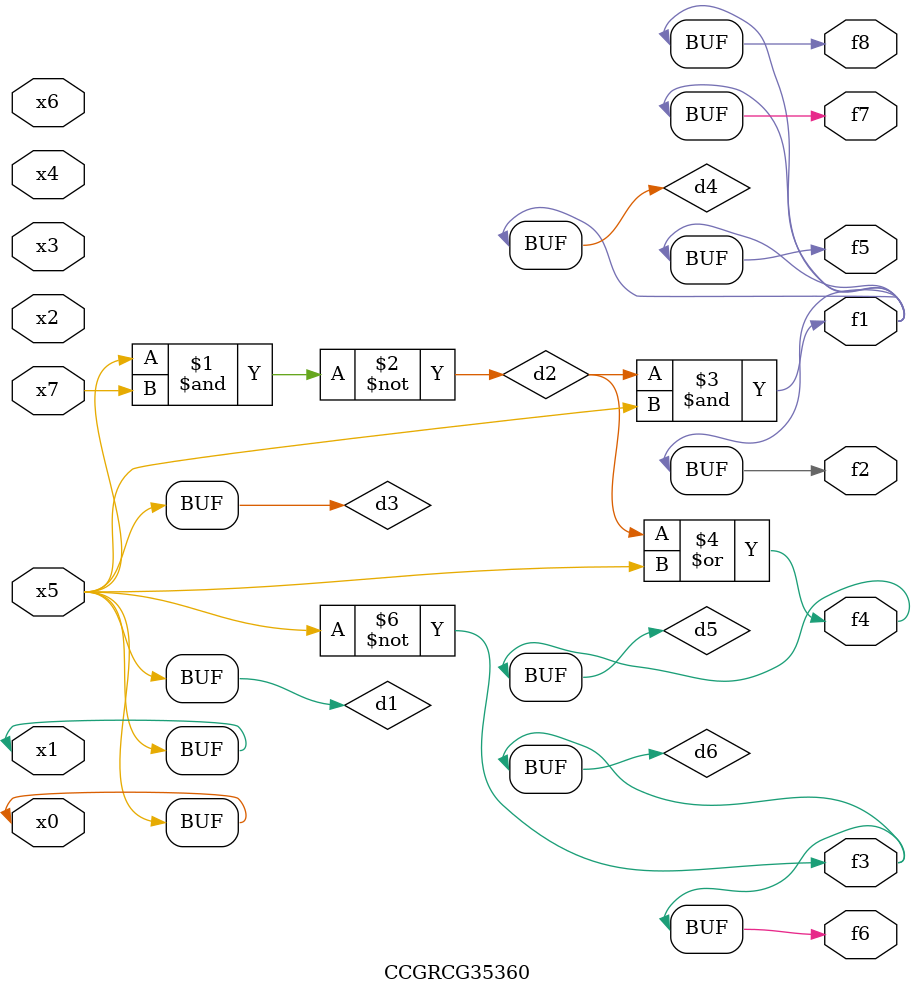
<source format=v>
module CCGRCG35360(
	input x0, x1, x2, x3, x4, x5, x6, x7,
	output f1, f2, f3, f4, f5, f6, f7, f8
);

	wire d1, d2, d3, d4, d5, d6;

	buf (d1, x0, x5);
	nand (d2, x5, x7);
	buf (d3, x0, x1);
	and (d4, d2, d3);
	or (d5, d2, d3);
	nor (d6, d1, d3);
	assign f1 = d4;
	assign f2 = d4;
	assign f3 = d6;
	assign f4 = d5;
	assign f5 = d4;
	assign f6 = d6;
	assign f7 = d4;
	assign f8 = d4;
endmodule

</source>
